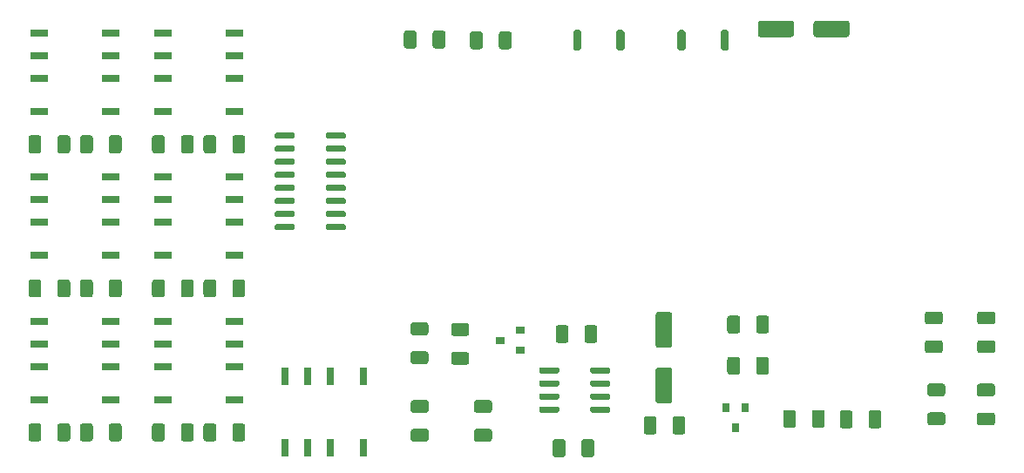
<source format=gbr>
G04 #@! TF.GenerationSoftware,KiCad,Pcbnew,(5.1.9)-1*
G04 #@! TF.CreationDate,2021-03-29T18:58:07+02:00*
G04 #@! TF.ProjectId,Interface_board_1,496e7465-7266-4616-9365-5f626f617264,4.h.0.01*
G04 #@! TF.SameCoordinates,Original*
G04 #@! TF.FileFunction,Paste,Top*
G04 #@! TF.FilePolarity,Positive*
%FSLAX46Y46*%
G04 Gerber Fmt 4.6, Leading zero omitted, Abs format (unit mm)*
G04 Created by KiCad (PCBNEW (5.1.9)-1) date 2021-03-29 18:58:07*
%MOMM*%
%LPD*%
G01*
G04 APERTURE LIST*
%ADD10R,0.900000X0.800000*%
%ADD11R,0.800000X0.900000*%
%ADD12R,1.800000X0.800000*%
%ADD13R,0.800000X1.800000*%
G04 APERTURE END LIST*
G36*
G01*
X145833940Y-117109540D02*
X147083940Y-117109540D01*
G75*
G02*
X147333940Y-117359540I0J-250000D01*
G01*
X147333940Y-118109540D01*
G75*
G02*
X147083940Y-118359540I-250000J0D01*
G01*
X145833940Y-118359540D01*
G75*
G02*
X145583940Y-118109540I0J250000D01*
G01*
X145583940Y-117359540D01*
G75*
G02*
X145833940Y-117109540I250000J0D01*
G01*
G37*
G36*
G01*
X145833940Y-114309540D02*
X147083940Y-114309540D01*
G75*
G02*
X147333940Y-114559540I0J-250000D01*
G01*
X147333940Y-115309540D01*
G75*
G02*
X147083940Y-115559540I-250000J0D01*
G01*
X145833940Y-115559540D01*
G75*
G02*
X145583940Y-115309540I0J250000D01*
G01*
X145583940Y-114559540D01*
G75*
G02*
X145833940Y-114309540I250000J0D01*
G01*
G37*
G36*
G01*
X147109340Y-123100800D02*
X145859340Y-123100800D01*
G75*
G02*
X145609340Y-122850800I0J250000D01*
G01*
X145609340Y-122100800D01*
G75*
G02*
X145859340Y-121850800I250000J0D01*
G01*
X147109340Y-121850800D01*
G75*
G02*
X147359340Y-122100800I0J-250000D01*
G01*
X147359340Y-122850800D01*
G75*
G02*
X147109340Y-123100800I-250000J0D01*
G01*
G37*
G36*
G01*
X147109340Y-125900800D02*
X145859340Y-125900800D01*
G75*
G02*
X145609340Y-125650800I0J250000D01*
G01*
X145609340Y-124900800D01*
G75*
G02*
X145859340Y-124650800I250000J0D01*
G01*
X147109340Y-124650800D01*
G75*
G02*
X147359340Y-124900800I0J-250000D01*
G01*
X147359340Y-125650800D01*
G75*
G02*
X147109340Y-125900800I-250000J0D01*
G01*
G37*
D10*
X154275280Y-116047520D03*
X156275280Y-115097520D03*
X156275280Y-116997520D03*
D11*
X177154840Y-124583700D03*
X176204840Y-122583700D03*
X178104840Y-122583700D03*
G36*
G01*
X134341740Y-104889160D02*
X134341740Y-105189160D01*
G75*
G02*
X134191740Y-105339160I-150000J0D01*
G01*
X132541740Y-105339160D01*
G75*
G02*
X132391740Y-105189160I0J150000D01*
G01*
X132391740Y-104889160D01*
G75*
G02*
X132541740Y-104739160I150000J0D01*
G01*
X134191740Y-104739160D01*
G75*
G02*
X134341740Y-104889160I0J-150000D01*
G01*
G37*
G36*
G01*
X134341740Y-103619160D02*
X134341740Y-103919160D01*
G75*
G02*
X134191740Y-104069160I-150000J0D01*
G01*
X132541740Y-104069160D01*
G75*
G02*
X132391740Y-103919160I0J150000D01*
G01*
X132391740Y-103619160D01*
G75*
G02*
X132541740Y-103469160I150000J0D01*
G01*
X134191740Y-103469160D01*
G75*
G02*
X134341740Y-103619160I0J-150000D01*
G01*
G37*
G36*
G01*
X134341740Y-102349160D02*
X134341740Y-102649160D01*
G75*
G02*
X134191740Y-102799160I-150000J0D01*
G01*
X132541740Y-102799160D01*
G75*
G02*
X132391740Y-102649160I0J150000D01*
G01*
X132391740Y-102349160D01*
G75*
G02*
X132541740Y-102199160I150000J0D01*
G01*
X134191740Y-102199160D01*
G75*
G02*
X134341740Y-102349160I0J-150000D01*
G01*
G37*
G36*
G01*
X134341740Y-101079160D02*
X134341740Y-101379160D01*
G75*
G02*
X134191740Y-101529160I-150000J0D01*
G01*
X132541740Y-101529160D01*
G75*
G02*
X132391740Y-101379160I0J150000D01*
G01*
X132391740Y-101079160D01*
G75*
G02*
X132541740Y-100929160I150000J0D01*
G01*
X134191740Y-100929160D01*
G75*
G02*
X134341740Y-101079160I0J-150000D01*
G01*
G37*
G36*
G01*
X134341740Y-99809160D02*
X134341740Y-100109160D01*
G75*
G02*
X134191740Y-100259160I-150000J0D01*
G01*
X132541740Y-100259160D01*
G75*
G02*
X132391740Y-100109160I0J150000D01*
G01*
X132391740Y-99809160D01*
G75*
G02*
X132541740Y-99659160I150000J0D01*
G01*
X134191740Y-99659160D01*
G75*
G02*
X134341740Y-99809160I0J-150000D01*
G01*
G37*
G36*
G01*
X134341740Y-98539160D02*
X134341740Y-98839160D01*
G75*
G02*
X134191740Y-98989160I-150000J0D01*
G01*
X132541740Y-98989160D01*
G75*
G02*
X132391740Y-98839160I0J150000D01*
G01*
X132391740Y-98539160D01*
G75*
G02*
X132541740Y-98389160I150000J0D01*
G01*
X134191740Y-98389160D01*
G75*
G02*
X134341740Y-98539160I0J-150000D01*
G01*
G37*
G36*
G01*
X134341740Y-97269160D02*
X134341740Y-97569160D01*
G75*
G02*
X134191740Y-97719160I-150000J0D01*
G01*
X132541740Y-97719160D01*
G75*
G02*
X132391740Y-97569160I0J150000D01*
G01*
X132391740Y-97269160D01*
G75*
G02*
X132541740Y-97119160I150000J0D01*
G01*
X134191740Y-97119160D01*
G75*
G02*
X134341740Y-97269160I0J-150000D01*
G01*
G37*
G36*
G01*
X134341740Y-95999160D02*
X134341740Y-96299160D01*
G75*
G02*
X134191740Y-96449160I-150000J0D01*
G01*
X132541740Y-96449160D01*
G75*
G02*
X132391740Y-96299160I0J150000D01*
G01*
X132391740Y-95999160D01*
G75*
G02*
X132541740Y-95849160I150000J0D01*
G01*
X134191740Y-95849160D01*
G75*
G02*
X134341740Y-95999160I0J-150000D01*
G01*
G37*
G36*
G01*
X139291740Y-95999160D02*
X139291740Y-96299160D01*
G75*
G02*
X139141740Y-96449160I-150000J0D01*
G01*
X137491740Y-96449160D01*
G75*
G02*
X137341740Y-96299160I0J150000D01*
G01*
X137341740Y-95999160D01*
G75*
G02*
X137491740Y-95849160I150000J0D01*
G01*
X139141740Y-95849160D01*
G75*
G02*
X139291740Y-95999160I0J-150000D01*
G01*
G37*
G36*
G01*
X139291740Y-97269160D02*
X139291740Y-97569160D01*
G75*
G02*
X139141740Y-97719160I-150000J0D01*
G01*
X137491740Y-97719160D01*
G75*
G02*
X137341740Y-97569160I0J150000D01*
G01*
X137341740Y-97269160D01*
G75*
G02*
X137491740Y-97119160I150000J0D01*
G01*
X139141740Y-97119160D01*
G75*
G02*
X139291740Y-97269160I0J-150000D01*
G01*
G37*
G36*
G01*
X139291740Y-98539160D02*
X139291740Y-98839160D01*
G75*
G02*
X139141740Y-98989160I-150000J0D01*
G01*
X137491740Y-98989160D01*
G75*
G02*
X137341740Y-98839160I0J150000D01*
G01*
X137341740Y-98539160D01*
G75*
G02*
X137491740Y-98389160I150000J0D01*
G01*
X139141740Y-98389160D01*
G75*
G02*
X139291740Y-98539160I0J-150000D01*
G01*
G37*
G36*
G01*
X139291740Y-99809160D02*
X139291740Y-100109160D01*
G75*
G02*
X139141740Y-100259160I-150000J0D01*
G01*
X137491740Y-100259160D01*
G75*
G02*
X137341740Y-100109160I0J150000D01*
G01*
X137341740Y-99809160D01*
G75*
G02*
X137491740Y-99659160I150000J0D01*
G01*
X139141740Y-99659160D01*
G75*
G02*
X139291740Y-99809160I0J-150000D01*
G01*
G37*
G36*
G01*
X139291740Y-101079160D02*
X139291740Y-101379160D01*
G75*
G02*
X139141740Y-101529160I-150000J0D01*
G01*
X137491740Y-101529160D01*
G75*
G02*
X137341740Y-101379160I0J150000D01*
G01*
X137341740Y-101079160D01*
G75*
G02*
X137491740Y-100929160I150000J0D01*
G01*
X139141740Y-100929160D01*
G75*
G02*
X139291740Y-101079160I0J-150000D01*
G01*
G37*
G36*
G01*
X139291740Y-102349160D02*
X139291740Y-102649160D01*
G75*
G02*
X139141740Y-102799160I-150000J0D01*
G01*
X137491740Y-102799160D01*
G75*
G02*
X137341740Y-102649160I0J150000D01*
G01*
X137341740Y-102349160D01*
G75*
G02*
X137491740Y-102199160I150000J0D01*
G01*
X139141740Y-102199160D01*
G75*
G02*
X139291740Y-102349160I0J-150000D01*
G01*
G37*
G36*
G01*
X139291740Y-103619160D02*
X139291740Y-103919160D01*
G75*
G02*
X139141740Y-104069160I-150000J0D01*
G01*
X137491740Y-104069160D01*
G75*
G02*
X137341740Y-103919160I0J150000D01*
G01*
X137341740Y-103619160D01*
G75*
G02*
X137491740Y-103469160I150000J0D01*
G01*
X139141740Y-103469160D01*
G75*
G02*
X139291740Y-103619160I0J-150000D01*
G01*
G37*
G36*
G01*
X139291740Y-104889160D02*
X139291740Y-105189160D01*
G75*
G02*
X139141740Y-105339160I-150000J0D01*
G01*
X137491740Y-105339160D01*
G75*
G02*
X137341740Y-105189160I0J150000D01*
G01*
X137341740Y-104889160D01*
G75*
G02*
X137491740Y-104739160I150000J0D01*
G01*
X139141740Y-104739160D01*
G75*
G02*
X139291740Y-104889160I0J-150000D01*
G01*
G37*
G36*
G01*
X163036380Y-119110900D02*
X163036380Y-118810900D01*
G75*
G02*
X163186380Y-118660900I150000J0D01*
G01*
X164836380Y-118660900D01*
G75*
G02*
X164986380Y-118810900I0J-150000D01*
G01*
X164986380Y-119110900D01*
G75*
G02*
X164836380Y-119260900I-150000J0D01*
G01*
X163186380Y-119260900D01*
G75*
G02*
X163036380Y-119110900I0J150000D01*
G01*
G37*
G36*
G01*
X163036380Y-120380900D02*
X163036380Y-120080900D01*
G75*
G02*
X163186380Y-119930900I150000J0D01*
G01*
X164836380Y-119930900D01*
G75*
G02*
X164986380Y-120080900I0J-150000D01*
G01*
X164986380Y-120380900D01*
G75*
G02*
X164836380Y-120530900I-150000J0D01*
G01*
X163186380Y-120530900D01*
G75*
G02*
X163036380Y-120380900I0J150000D01*
G01*
G37*
G36*
G01*
X163036380Y-121650900D02*
X163036380Y-121350900D01*
G75*
G02*
X163186380Y-121200900I150000J0D01*
G01*
X164836380Y-121200900D01*
G75*
G02*
X164986380Y-121350900I0J-150000D01*
G01*
X164986380Y-121650900D01*
G75*
G02*
X164836380Y-121800900I-150000J0D01*
G01*
X163186380Y-121800900D01*
G75*
G02*
X163036380Y-121650900I0J150000D01*
G01*
G37*
G36*
G01*
X163036380Y-122920900D02*
X163036380Y-122620900D01*
G75*
G02*
X163186380Y-122470900I150000J0D01*
G01*
X164836380Y-122470900D01*
G75*
G02*
X164986380Y-122620900I0J-150000D01*
G01*
X164986380Y-122920900D01*
G75*
G02*
X164836380Y-123070900I-150000J0D01*
G01*
X163186380Y-123070900D01*
G75*
G02*
X163036380Y-122920900I0J150000D01*
G01*
G37*
G36*
G01*
X158086380Y-122920900D02*
X158086380Y-122620900D01*
G75*
G02*
X158236380Y-122470900I150000J0D01*
G01*
X159886380Y-122470900D01*
G75*
G02*
X160036380Y-122620900I0J-150000D01*
G01*
X160036380Y-122920900D01*
G75*
G02*
X159886380Y-123070900I-150000J0D01*
G01*
X158236380Y-123070900D01*
G75*
G02*
X158086380Y-122920900I0J150000D01*
G01*
G37*
G36*
G01*
X158086380Y-121650900D02*
X158086380Y-121350900D01*
G75*
G02*
X158236380Y-121200900I150000J0D01*
G01*
X159886380Y-121200900D01*
G75*
G02*
X160036380Y-121350900I0J-150000D01*
G01*
X160036380Y-121650900D01*
G75*
G02*
X159886380Y-121800900I-150000J0D01*
G01*
X158236380Y-121800900D01*
G75*
G02*
X158086380Y-121650900I0J150000D01*
G01*
G37*
G36*
G01*
X158086380Y-120380900D02*
X158086380Y-120080900D01*
G75*
G02*
X158236380Y-119930900I150000J0D01*
G01*
X159886380Y-119930900D01*
G75*
G02*
X160036380Y-120080900I0J-150000D01*
G01*
X160036380Y-120380900D01*
G75*
G02*
X159886380Y-120530900I-150000J0D01*
G01*
X158236380Y-120530900D01*
G75*
G02*
X158086380Y-120380900I0J150000D01*
G01*
G37*
G36*
G01*
X158086380Y-119110900D02*
X158086380Y-118810900D01*
G75*
G02*
X158236380Y-118660900I150000J0D01*
G01*
X159886380Y-118660900D01*
G75*
G02*
X160036380Y-118810900I0J-150000D01*
G01*
X160036380Y-119110900D01*
G75*
G02*
X159886380Y-119260900I-150000J0D01*
G01*
X158236380Y-119260900D01*
G75*
G02*
X158086380Y-119110900I0J150000D01*
G01*
G37*
G36*
G01*
X166380000Y-86080000D02*
X166380000Y-87680000D01*
G75*
G02*
X166180000Y-87880000I-200000J0D01*
G01*
X165780000Y-87880000D01*
G75*
G02*
X165580000Y-87680000I0J200000D01*
G01*
X165580000Y-86080000D01*
G75*
G02*
X165780000Y-85880000I200000J0D01*
G01*
X166180000Y-85880000D01*
G75*
G02*
X166380000Y-86080000I0J-200000D01*
G01*
G37*
G36*
G01*
X162180000Y-86080000D02*
X162180000Y-87680000D01*
G75*
G02*
X161980000Y-87880000I-200000J0D01*
G01*
X161580000Y-87880000D01*
G75*
G02*
X161380000Y-87680000I0J200000D01*
G01*
X161380000Y-86080000D01*
G75*
G02*
X161580000Y-85880000I200000J0D01*
G01*
X161980000Y-85880000D01*
G75*
G02*
X162180000Y-86080000I0J-200000D01*
G01*
G37*
G36*
G01*
X202115000Y-121515000D02*
X200865000Y-121515000D01*
G75*
G02*
X200615000Y-121265000I0J250000D01*
G01*
X200615000Y-120515000D01*
G75*
G02*
X200865000Y-120265000I250000J0D01*
G01*
X202115000Y-120265000D01*
G75*
G02*
X202365000Y-120515000I0J-250000D01*
G01*
X202365000Y-121265000D01*
G75*
G02*
X202115000Y-121515000I-250000J0D01*
G01*
G37*
G36*
G01*
X202115000Y-124315000D02*
X200865000Y-124315000D01*
G75*
G02*
X200615000Y-124065000I0J250000D01*
G01*
X200615000Y-123315000D01*
G75*
G02*
X200865000Y-123065000I250000J0D01*
G01*
X202115000Y-123065000D01*
G75*
G02*
X202365000Y-123315000I0J-250000D01*
G01*
X202365000Y-124065000D01*
G75*
G02*
X202115000Y-124315000I-250000J0D01*
G01*
G37*
G36*
G01*
X153251060Y-123100800D02*
X152001060Y-123100800D01*
G75*
G02*
X151751060Y-122850800I0J250000D01*
G01*
X151751060Y-122100800D01*
G75*
G02*
X152001060Y-121850800I250000J0D01*
G01*
X153251060Y-121850800D01*
G75*
G02*
X153501060Y-122100800I0J-250000D01*
G01*
X153501060Y-122850800D01*
G75*
G02*
X153251060Y-123100800I-250000J0D01*
G01*
G37*
G36*
G01*
X153251060Y-125900800D02*
X152001060Y-125900800D01*
G75*
G02*
X151751060Y-125650800I0J250000D01*
G01*
X151751060Y-124900800D01*
G75*
G02*
X152001060Y-124650800I250000J0D01*
G01*
X153251060Y-124650800D01*
G75*
G02*
X153501060Y-124900800I0J-250000D01*
G01*
X153501060Y-125650800D01*
G75*
G02*
X153251060Y-125900800I-250000J0D01*
G01*
G37*
G36*
G01*
X196039360Y-123048060D02*
X197289360Y-123048060D01*
G75*
G02*
X197539360Y-123298060I0J-250000D01*
G01*
X197539360Y-124048060D01*
G75*
G02*
X197289360Y-124298060I-250000J0D01*
G01*
X196039360Y-124298060D01*
G75*
G02*
X195789360Y-124048060I0J250000D01*
G01*
X195789360Y-123298060D01*
G75*
G02*
X196039360Y-123048060I250000J0D01*
G01*
G37*
G36*
G01*
X196039360Y-120248060D02*
X197289360Y-120248060D01*
G75*
G02*
X197539360Y-120498060I0J-250000D01*
G01*
X197539360Y-121248060D01*
G75*
G02*
X197289360Y-121498060I-250000J0D01*
G01*
X196039360Y-121498060D01*
G75*
G02*
X195789360Y-121248060I0J250000D01*
G01*
X195789360Y-120498060D01*
G75*
G02*
X196039360Y-120248060I250000J0D01*
G01*
G37*
G36*
G01*
X171046440Y-124937680D02*
X171046440Y-123687680D01*
G75*
G02*
X171296440Y-123437680I250000J0D01*
G01*
X172046440Y-123437680D01*
G75*
G02*
X172296440Y-123687680I0J-250000D01*
G01*
X172296440Y-124937680D01*
G75*
G02*
X172046440Y-125187680I-250000J0D01*
G01*
X171296440Y-125187680D01*
G75*
G02*
X171046440Y-124937680I0J250000D01*
G01*
G37*
G36*
G01*
X168246440Y-124937680D02*
X168246440Y-123687680D01*
G75*
G02*
X168496440Y-123437680I250000J0D01*
G01*
X169246440Y-123437680D01*
G75*
G02*
X169496440Y-123687680I0J-250000D01*
G01*
X169496440Y-124937680D01*
G75*
G02*
X169246440Y-125187680I-250000J0D01*
G01*
X168496440Y-125187680D01*
G75*
G02*
X168246440Y-124937680I0J250000D01*
G01*
G37*
G36*
G01*
X162192000Y-127150020D02*
X162192000Y-125900020D01*
G75*
G02*
X162442000Y-125650020I250000J0D01*
G01*
X163192000Y-125650020D01*
G75*
G02*
X163442000Y-125900020I0J-250000D01*
G01*
X163442000Y-127150020D01*
G75*
G02*
X163192000Y-127400020I-250000J0D01*
G01*
X162442000Y-127400020D01*
G75*
G02*
X162192000Y-127150020I0J250000D01*
G01*
G37*
G36*
G01*
X159392000Y-127150020D02*
X159392000Y-125900020D01*
G75*
G02*
X159642000Y-125650020I250000J0D01*
G01*
X160392000Y-125650020D01*
G75*
G02*
X160642000Y-125900020I0J-250000D01*
G01*
X160642000Y-127150020D01*
G75*
G02*
X160392000Y-127400020I-250000J0D01*
G01*
X159642000Y-127400020D01*
G75*
G02*
X159392000Y-127150020I0J250000D01*
G01*
G37*
G36*
G01*
X195795520Y-116042740D02*
X197045520Y-116042740D01*
G75*
G02*
X197295520Y-116292740I0J-250000D01*
G01*
X197295520Y-117042740D01*
G75*
G02*
X197045520Y-117292740I-250000J0D01*
G01*
X195795520Y-117292740D01*
G75*
G02*
X195545520Y-117042740I0J250000D01*
G01*
X195545520Y-116292740D01*
G75*
G02*
X195795520Y-116042740I250000J0D01*
G01*
G37*
G36*
G01*
X195795520Y-113242740D02*
X197045520Y-113242740D01*
G75*
G02*
X197295520Y-113492740I0J-250000D01*
G01*
X197295520Y-114242740D01*
G75*
G02*
X197045520Y-114492740I-250000J0D01*
G01*
X195795520Y-114492740D01*
G75*
G02*
X195545520Y-114242740I0J250000D01*
G01*
X195545520Y-113492740D01*
G75*
G02*
X195795520Y-113242740I250000J0D01*
G01*
G37*
G36*
G01*
X190088280Y-124352820D02*
X190088280Y-123102820D01*
G75*
G02*
X190338280Y-122852820I250000J0D01*
G01*
X191088280Y-122852820D01*
G75*
G02*
X191338280Y-123102820I0J-250000D01*
G01*
X191338280Y-124352820D01*
G75*
G02*
X191088280Y-124602820I-250000J0D01*
G01*
X190338280Y-124602820D01*
G75*
G02*
X190088280Y-124352820I0J250000D01*
G01*
G37*
G36*
G01*
X187288280Y-124352820D02*
X187288280Y-123102820D01*
G75*
G02*
X187538280Y-122852820I250000J0D01*
G01*
X188288280Y-122852820D01*
G75*
G02*
X188538280Y-123102820I0J-250000D01*
G01*
X188538280Y-124352820D01*
G75*
G02*
X188288280Y-124602820I-250000J0D01*
G01*
X187538280Y-124602820D01*
G75*
G02*
X187288280Y-124352820I0J250000D01*
G01*
G37*
G36*
G01*
X183031560Y-123062180D02*
X183031560Y-124312180D01*
G75*
G02*
X182781560Y-124562180I-250000J0D01*
G01*
X182031560Y-124562180D01*
G75*
G02*
X181781560Y-124312180I0J250000D01*
G01*
X181781560Y-123062180D01*
G75*
G02*
X182031560Y-122812180I250000J0D01*
G01*
X182781560Y-122812180D01*
G75*
G02*
X183031560Y-123062180I0J-250000D01*
G01*
G37*
G36*
G01*
X185831560Y-123062180D02*
X185831560Y-124312180D01*
G75*
G02*
X185581560Y-124562180I-250000J0D01*
G01*
X184831560Y-124562180D01*
G75*
G02*
X184581560Y-124312180I0J250000D01*
G01*
X184581560Y-123062180D01*
G75*
G02*
X184831560Y-122812180I250000J0D01*
G01*
X185581560Y-122812180D01*
G75*
G02*
X185831560Y-123062180I0J-250000D01*
G01*
G37*
G36*
G01*
X126725000Y-96375000D02*
X126725000Y-97625000D01*
G75*
G02*
X126475000Y-97875000I-250000J0D01*
G01*
X125725000Y-97875000D01*
G75*
G02*
X125475000Y-97625000I0J250000D01*
G01*
X125475000Y-96375000D01*
G75*
G02*
X125725000Y-96125000I250000J0D01*
G01*
X126475000Y-96125000D01*
G75*
G02*
X126725000Y-96375000I0J-250000D01*
G01*
G37*
G36*
G01*
X129525000Y-96375000D02*
X129525000Y-97625000D01*
G75*
G02*
X129275000Y-97875000I-250000J0D01*
G01*
X128525000Y-97875000D01*
G75*
G02*
X128275000Y-97625000I0J250000D01*
G01*
X128275000Y-96375000D01*
G75*
G02*
X128525000Y-96125000I250000J0D01*
G01*
X129275000Y-96125000D01*
G75*
G02*
X129525000Y-96375000I0J-250000D01*
G01*
G37*
G36*
G01*
X114725000Y-96375000D02*
X114725000Y-97625000D01*
G75*
G02*
X114475000Y-97875000I-250000J0D01*
G01*
X113725000Y-97875000D01*
G75*
G02*
X113475000Y-97625000I0J250000D01*
G01*
X113475000Y-96375000D01*
G75*
G02*
X113725000Y-96125000I250000J0D01*
G01*
X114475000Y-96125000D01*
G75*
G02*
X114725000Y-96375000I0J-250000D01*
G01*
G37*
G36*
G01*
X117525000Y-96375000D02*
X117525000Y-97625000D01*
G75*
G02*
X117275000Y-97875000I-250000J0D01*
G01*
X116525000Y-97875000D01*
G75*
G02*
X116275000Y-97625000I0J250000D01*
G01*
X116275000Y-96375000D01*
G75*
G02*
X116525000Y-96125000I250000J0D01*
G01*
X117275000Y-96125000D01*
G75*
G02*
X117525000Y-96375000I0J-250000D01*
G01*
G37*
G36*
G01*
X126725000Y-110375000D02*
X126725000Y-111625000D01*
G75*
G02*
X126475000Y-111875000I-250000J0D01*
G01*
X125725000Y-111875000D01*
G75*
G02*
X125475000Y-111625000I0J250000D01*
G01*
X125475000Y-110375000D01*
G75*
G02*
X125725000Y-110125000I250000J0D01*
G01*
X126475000Y-110125000D01*
G75*
G02*
X126725000Y-110375000I0J-250000D01*
G01*
G37*
G36*
G01*
X129525000Y-110375000D02*
X129525000Y-111625000D01*
G75*
G02*
X129275000Y-111875000I-250000J0D01*
G01*
X128525000Y-111875000D01*
G75*
G02*
X128275000Y-111625000I0J250000D01*
G01*
X128275000Y-110375000D01*
G75*
G02*
X128525000Y-110125000I250000J0D01*
G01*
X129275000Y-110125000D01*
G75*
G02*
X129525000Y-110375000I0J-250000D01*
G01*
G37*
G36*
G01*
X114725000Y-110375000D02*
X114725000Y-111625000D01*
G75*
G02*
X114475000Y-111875000I-250000J0D01*
G01*
X113725000Y-111875000D01*
G75*
G02*
X113475000Y-111625000I0J250000D01*
G01*
X113475000Y-110375000D01*
G75*
G02*
X113725000Y-110125000I250000J0D01*
G01*
X114475000Y-110125000D01*
G75*
G02*
X114725000Y-110375000I0J-250000D01*
G01*
G37*
G36*
G01*
X117525000Y-110375000D02*
X117525000Y-111625000D01*
G75*
G02*
X117275000Y-111875000I-250000J0D01*
G01*
X116525000Y-111875000D01*
G75*
G02*
X116275000Y-111625000I0J250000D01*
G01*
X116275000Y-110375000D01*
G75*
G02*
X116525000Y-110125000I250000J0D01*
G01*
X117275000Y-110125000D01*
G75*
G02*
X117525000Y-110375000I0J-250000D01*
G01*
G37*
G36*
G01*
X126725000Y-124375000D02*
X126725000Y-125625000D01*
G75*
G02*
X126475000Y-125875000I-250000J0D01*
G01*
X125725000Y-125875000D01*
G75*
G02*
X125475000Y-125625000I0J250000D01*
G01*
X125475000Y-124375000D01*
G75*
G02*
X125725000Y-124125000I250000J0D01*
G01*
X126475000Y-124125000D01*
G75*
G02*
X126725000Y-124375000I0J-250000D01*
G01*
G37*
G36*
G01*
X129525000Y-124375000D02*
X129525000Y-125625000D01*
G75*
G02*
X129275000Y-125875000I-250000J0D01*
G01*
X128525000Y-125875000D01*
G75*
G02*
X128275000Y-125625000I0J250000D01*
G01*
X128275000Y-124375000D01*
G75*
G02*
X128525000Y-124125000I250000J0D01*
G01*
X129275000Y-124125000D01*
G75*
G02*
X129525000Y-124375000I0J-250000D01*
G01*
G37*
G36*
G01*
X114725000Y-124375000D02*
X114725000Y-125625000D01*
G75*
G02*
X114475000Y-125875000I-250000J0D01*
G01*
X113725000Y-125875000D01*
G75*
G02*
X113475000Y-125625000I0J250000D01*
G01*
X113475000Y-124375000D01*
G75*
G02*
X113725000Y-124125000I250000J0D01*
G01*
X114475000Y-124125000D01*
G75*
G02*
X114725000Y-124375000I0J-250000D01*
G01*
G37*
G36*
G01*
X117525000Y-124375000D02*
X117525000Y-125625000D01*
G75*
G02*
X117275000Y-125875000I-250000J0D01*
G01*
X116525000Y-125875000D01*
G75*
G02*
X116275000Y-125625000I0J250000D01*
G01*
X116275000Y-124375000D01*
G75*
G02*
X116525000Y-124125000I250000J0D01*
G01*
X117275000Y-124125000D01*
G75*
G02*
X117525000Y-124375000I0J-250000D01*
G01*
G37*
D12*
X128500000Y-93800000D03*
X128500000Y-90600000D03*
X128500000Y-88400000D03*
X128500000Y-86200000D03*
X121500000Y-86200000D03*
X121500000Y-88400000D03*
X121500000Y-90600000D03*
X121500000Y-93800000D03*
X116500000Y-93800000D03*
X116500000Y-90600000D03*
X116500000Y-88400000D03*
X116500000Y-86200000D03*
X109500000Y-86200000D03*
X109500000Y-88400000D03*
X109500000Y-90600000D03*
X109500000Y-93800000D03*
X128500000Y-107800000D03*
X128500000Y-104600000D03*
X128500000Y-102400000D03*
X128500000Y-100200000D03*
X121500000Y-100200000D03*
X121500000Y-102400000D03*
X121500000Y-104600000D03*
X121500000Y-107800000D03*
X116500000Y-107800000D03*
X116500000Y-104600000D03*
X116500000Y-102400000D03*
X116500000Y-100200000D03*
X109500000Y-100200000D03*
X109500000Y-102400000D03*
X109500000Y-104600000D03*
X109500000Y-107800000D03*
X128500000Y-121800000D03*
X128500000Y-118600000D03*
X128500000Y-116400000D03*
X128500000Y-114200000D03*
X121500000Y-114200000D03*
X121500000Y-116400000D03*
X121500000Y-118600000D03*
X121500000Y-121800000D03*
X116500000Y-121800000D03*
X116500000Y-118600000D03*
X116500000Y-116400000D03*
X116500000Y-114200000D03*
X109500000Y-114200000D03*
X109500000Y-116400000D03*
X109500000Y-118600000D03*
X109500000Y-121800000D03*
D13*
X140977780Y-119522360D03*
X137777780Y-119522360D03*
X135577780Y-119522360D03*
X133377780Y-119522360D03*
X133377780Y-126522360D03*
X135577780Y-126522360D03*
X137777780Y-126522360D03*
X140977780Y-126522360D03*
G36*
G01*
X177610480Y-113890920D02*
X177610480Y-115140920D01*
G75*
G02*
X177360480Y-115390920I-250000J0D01*
G01*
X176610480Y-115390920D01*
G75*
G02*
X176360480Y-115140920I0J250000D01*
G01*
X176360480Y-113890920D01*
G75*
G02*
X176610480Y-113640920I250000J0D01*
G01*
X177360480Y-113640920D01*
G75*
G02*
X177610480Y-113890920I0J-250000D01*
G01*
G37*
G36*
G01*
X180410480Y-113890920D02*
X180410480Y-115140920D01*
G75*
G02*
X180160480Y-115390920I-250000J0D01*
G01*
X179410480Y-115390920D01*
G75*
G02*
X179160480Y-115140920I0J250000D01*
G01*
X179160480Y-113890920D01*
G75*
G02*
X179410480Y-113640920I250000J0D01*
G01*
X180160480Y-113640920D01*
G75*
G02*
X180410480Y-113890920I0J-250000D01*
G01*
G37*
G36*
G01*
X200900040Y-116042740D02*
X202150040Y-116042740D01*
G75*
G02*
X202400040Y-116292740I0J-250000D01*
G01*
X202400040Y-117042740D01*
G75*
G02*
X202150040Y-117292740I-250000J0D01*
G01*
X200900040Y-117292740D01*
G75*
G02*
X200650040Y-117042740I0J250000D01*
G01*
X200650040Y-116292740D01*
G75*
G02*
X200900040Y-116042740I250000J0D01*
G01*
G37*
G36*
G01*
X200900040Y-113242740D02*
X202150040Y-113242740D01*
G75*
G02*
X202400040Y-113492740I0J-250000D01*
G01*
X202400040Y-114242740D01*
G75*
G02*
X202150040Y-114492740I-250000J0D01*
G01*
X200900040Y-114492740D01*
G75*
G02*
X200650040Y-114242740I0J250000D01*
G01*
X200650040Y-113492740D01*
G75*
G02*
X200900040Y-113242740I250000J0D01*
G01*
G37*
G36*
G01*
X149778560Y-117178120D02*
X151028560Y-117178120D01*
G75*
G02*
X151278560Y-117428120I0J-250000D01*
G01*
X151278560Y-118178120D01*
G75*
G02*
X151028560Y-118428120I-250000J0D01*
G01*
X149778560Y-118428120D01*
G75*
G02*
X149528560Y-118178120I0J250000D01*
G01*
X149528560Y-117428120D01*
G75*
G02*
X149778560Y-117178120I250000J0D01*
G01*
G37*
G36*
G01*
X149778560Y-114378120D02*
X151028560Y-114378120D01*
G75*
G02*
X151278560Y-114628120I0J-250000D01*
G01*
X151278560Y-115378120D01*
G75*
G02*
X151028560Y-115628120I-250000J0D01*
G01*
X149778560Y-115628120D01*
G75*
G02*
X149528560Y-115378120I0J250000D01*
G01*
X149528560Y-114628120D01*
G75*
G02*
X149778560Y-114378120I250000J0D01*
G01*
G37*
G36*
G01*
X123275000Y-97625000D02*
X123275000Y-96375000D01*
G75*
G02*
X123525000Y-96125000I250000J0D01*
G01*
X124275000Y-96125000D01*
G75*
G02*
X124525000Y-96375000I0J-250000D01*
G01*
X124525000Y-97625000D01*
G75*
G02*
X124275000Y-97875000I-250000J0D01*
G01*
X123525000Y-97875000D01*
G75*
G02*
X123275000Y-97625000I0J250000D01*
G01*
G37*
G36*
G01*
X120475000Y-97625000D02*
X120475000Y-96375000D01*
G75*
G02*
X120725000Y-96125000I250000J0D01*
G01*
X121475000Y-96125000D01*
G75*
G02*
X121725000Y-96375000I0J-250000D01*
G01*
X121725000Y-97625000D01*
G75*
G02*
X121475000Y-97875000I-250000J0D01*
G01*
X120725000Y-97875000D01*
G75*
G02*
X120475000Y-97625000I0J250000D01*
G01*
G37*
G36*
G01*
X111275000Y-97625000D02*
X111275000Y-96375000D01*
G75*
G02*
X111525000Y-96125000I250000J0D01*
G01*
X112275000Y-96125000D01*
G75*
G02*
X112525000Y-96375000I0J-250000D01*
G01*
X112525000Y-97625000D01*
G75*
G02*
X112275000Y-97875000I-250000J0D01*
G01*
X111525000Y-97875000D01*
G75*
G02*
X111275000Y-97625000I0J250000D01*
G01*
G37*
G36*
G01*
X108475000Y-97625000D02*
X108475000Y-96375000D01*
G75*
G02*
X108725000Y-96125000I250000J0D01*
G01*
X109475000Y-96125000D01*
G75*
G02*
X109725000Y-96375000I0J-250000D01*
G01*
X109725000Y-97625000D01*
G75*
G02*
X109475000Y-97875000I-250000J0D01*
G01*
X108725000Y-97875000D01*
G75*
G02*
X108475000Y-97625000I0J250000D01*
G01*
G37*
G36*
G01*
X123275000Y-111625000D02*
X123275000Y-110375000D01*
G75*
G02*
X123525000Y-110125000I250000J0D01*
G01*
X124275000Y-110125000D01*
G75*
G02*
X124525000Y-110375000I0J-250000D01*
G01*
X124525000Y-111625000D01*
G75*
G02*
X124275000Y-111875000I-250000J0D01*
G01*
X123525000Y-111875000D01*
G75*
G02*
X123275000Y-111625000I0J250000D01*
G01*
G37*
G36*
G01*
X120475000Y-111625000D02*
X120475000Y-110375000D01*
G75*
G02*
X120725000Y-110125000I250000J0D01*
G01*
X121475000Y-110125000D01*
G75*
G02*
X121725000Y-110375000I0J-250000D01*
G01*
X121725000Y-111625000D01*
G75*
G02*
X121475000Y-111875000I-250000J0D01*
G01*
X120725000Y-111875000D01*
G75*
G02*
X120475000Y-111625000I0J250000D01*
G01*
G37*
G36*
G01*
X111275000Y-111625000D02*
X111275000Y-110375000D01*
G75*
G02*
X111525000Y-110125000I250000J0D01*
G01*
X112275000Y-110125000D01*
G75*
G02*
X112525000Y-110375000I0J-250000D01*
G01*
X112525000Y-111625000D01*
G75*
G02*
X112275000Y-111875000I-250000J0D01*
G01*
X111525000Y-111875000D01*
G75*
G02*
X111275000Y-111625000I0J250000D01*
G01*
G37*
G36*
G01*
X108475000Y-111625000D02*
X108475000Y-110375000D01*
G75*
G02*
X108725000Y-110125000I250000J0D01*
G01*
X109475000Y-110125000D01*
G75*
G02*
X109725000Y-110375000I0J-250000D01*
G01*
X109725000Y-111625000D01*
G75*
G02*
X109475000Y-111875000I-250000J0D01*
G01*
X108725000Y-111875000D01*
G75*
G02*
X108475000Y-111625000I0J250000D01*
G01*
G37*
G36*
G01*
X123275000Y-125625000D02*
X123275000Y-124375000D01*
G75*
G02*
X123525000Y-124125000I250000J0D01*
G01*
X124275000Y-124125000D01*
G75*
G02*
X124525000Y-124375000I0J-250000D01*
G01*
X124525000Y-125625000D01*
G75*
G02*
X124275000Y-125875000I-250000J0D01*
G01*
X123525000Y-125875000D01*
G75*
G02*
X123275000Y-125625000I0J250000D01*
G01*
G37*
G36*
G01*
X120475000Y-125625000D02*
X120475000Y-124375000D01*
G75*
G02*
X120725000Y-124125000I250000J0D01*
G01*
X121475000Y-124125000D01*
G75*
G02*
X121725000Y-124375000I0J-250000D01*
G01*
X121725000Y-125625000D01*
G75*
G02*
X121475000Y-125875000I-250000J0D01*
G01*
X120725000Y-125875000D01*
G75*
G02*
X120475000Y-125625000I0J250000D01*
G01*
G37*
G36*
G01*
X111275000Y-125625000D02*
X111275000Y-124375000D01*
G75*
G02*
X111525000Y-124125000I250000J0D01*
G01*
X112275000Y-124125000D01*
G75*
G02*
X112525000Y-124375000I0J-250000D01*
G01*
X112525000Y-125625000D01*
G75*
G02*
X112275000Y-125875000I-250000J0D01*
G01*
X111525000Y-125875000D01*
G75*
G02*
X111275000Y-125625000I0J250000D01*
G01*
G37*
G36*
G01*
X108475000Y-125625000D02*
X108475000Y-124375000D01*
G75*
G02*
X108725000Y-124125000I250000J0D01*
G01*
X109475000Y-124125000D01*
G75*
G02*
X109725000Y-124375000I0J-250000D01*
G01*
X109725000Y-125625000D01*
G75*
G02*
X109475000Y-125875000I-250000J0D01*
G01*
X108725000Y-125875000D01*
G75*
G02*
X108475000Y-125625000I0J250000D01*
G01*
G37*
G36*
G01*
X160941720Y-114820540D02*
X160941720Y-116070540D01*
G75*
G02*
X160691720Y-116320540I-250000J0D01*
G01*
X159941720Y-116320540D01*
G75*
G02*
X159691720Y-116070540I0J250000D01*
G01*
X159691720Y-114820540D01*
G75*
G02*
X159941720Y-114570540I250000J0D01*
G01*
X160691720Y-114570540D01*
G75*
G02*
X160941720Y-114820540I0J-250000D01*
G01*
G37*
G36*
G01*
X163741720Y-114820540D02*
X163741720Y-116070540D01*
G75*
G02*
X163491720Y-116320540I-250000J0D01*
G01*
X162741720Y-116320540D01*
G75*
G02*
X162491720Y-116070540I0J250000D01*
G01*
X162491720Y-114820540D01*
G75*
G02*
X162741720Y-114570540I250000J0D01*
G01*
X163491720Y-114570540D01*
G75*
G02*
X163741720Y-114820540I0J-250000D01*
G01*
G37*
G36*
G01*
X170755400Y-116784080D02*
X169655400Y-116784080D01*
G75*
G02*
X169405400Y-116534080I0J250000D01*
G01*
X169405400Y-113534080D01*
G75*
G02*
X169655400Y-113284080I250000J0D01*
G01*
X170755400Y-113284080D01*
G75*
G02*
X171005400Y-113534080I0J-250000D01*
G01*
X171005400Y-116534080D01*
G75*
G02*
X170755400Y-116784080I-250000J0D01*
G01*
G37*
G36*
G01*
X170755400Y-122184080D02*
X169655400Y-122184080D01*
G75*
G02*
X169405400Y-121934080I0J250000D01*
G01*
X169405400Y-118934080D01*
G75*
G02*
X169655400Y-118684080I250000J0D01*
G01*
X170755400Y-118684080D01*
G75*
G02*
X171005400Y-118934080I0J-250000D01*
G01*
X171005400Y-121934080D01*
G75*
G02*
X170755400Y-122184080I-250000J0D01*
G01*
G37*
G36*
G01*
X180410480Y-117899040D02*
X180410480Y-119149040D01*
G75*
G02*
X180160480Y-119399040I-250000J0D01*
G01*
X179410480Y-119399040D01*
G75*
G02*
X179160480Y-119149040I0J250000D01*
G01*
X179160480Y-117899040D01*
G75*
G02*
X179410480Y-117649040I250000J0D01*
G01*
X180160480Y-117649040D01*
G75*
G02*
X180410480Y-117899040I0J-250000D01*
G01*
G37*
G36*
G01*
X177610480Y-117899040D02*
X177610480Y-119149040D01*
G75*
G02*
X177360480Y-119399040I-250000J0D01*
G01*
X176610480Y-119399040D01*
G75*
G02*
X176360480Y-119149040I0J250000D01*
G01*
X176360480Y-117899040D01*
G75*
G02*
X176610480Y-117649040I250000J0D01*
G01*
X177360480Y-117649040D01*
G75*
G02*
X177610480Y-117899040I0J-250000D01*
G01*
G37*
G36*
G01*
X147735000Y-87435000D02*
X147735000Y-86185000D01*
G75*
G02*
X147985000Y-85935000I250000J0D01*
G01*
X148735000Y-85935000D01*
G75*
G02*
X148985000Y-86185000I0J-250000D01*
G01*
X148985000Y-87435000D01*
G75*
G02*
X148735000Y-87685000I-250000J0D01*
G01*
X147985000Y-87685000D01*
G75*
G02*
X147735000Y-87435000I0J250000D01*
G01*
G37*
G36*
G01*
X144935000Y-87435000D02*
X144935000Y-86185000D01*
G75*
G02*
X145185000Y-85935000I250000J0D01*
G01*
X145935000Y-85935000D01*
G75*
G02*
X146185000Y-86185000I0J-250000D01*
G01*
X146185000Y-87435000D01*
G75*
G02*
X145935000Y-87685000I-250000J0D01*
G01*
X145185000Y-87685000D01*
G75*
G02*
X144935000Y-87435000I0J250000D01*
G01*
G37*
G36*
G01*
X152615000Y-86265000D02*
X152615000Y-87515000D01*
G75*
G02*
X152365000Y-87765000I-250000J0D01*
G01*
X151615000Y-87765000D01*
G75*
G02*
X151365000Y-87515000I0J250000D01*
G01*
X151365000Y-86265000D01*
G75*
G02*
X151615000Y-86015000I250000J0D01*
G01*
X152365000Y-86015000D01*
G75*
G02*
X152615000Y-86265000I0J-250000D01*
G01*
G37*
G36*
G01*
X155415000Y-86265000D02*
X155415000Y-87515000D01*
G75*
G02*
X155165000Y-87765000I-250000J0D01*
G01*
X154415000Y-87765000D01*
G75*
G02*
X154165000Y-87515000I0J250000D01*
G01*
X154165000Y-86265000D01*
G75*
G02*
X154415000Y-86015000I250000J0D01*
G01*
X155165000Y-86015000D01*
G75*
G02*
X155415000Y-86265000I0J-250000D01*
G01*
G37*
G36*
G01*
X188239320Y-85233420D02*
X188239320Y-86333420D01*
G75*
G02*
X187989320Y-86583420I-250000J0D01*
G01*
X184989320Y-86583420D01*
G75*
G02*
X184739320Y-86333420I0J250000D01*
G01*
X184739320Y-85233420D01*
G75*
G02*
X184989320Y-84983420I250000J0D01*
G01*
X187989320Y-84983420D01*
G75*
G02*
X188239320Y-85233420I0J-250000D01*
G01*
G37*
G36*
G01*
X182839320Y-85233420D02*
X182839320Y-86333420D01*
G75*
G02*
X182589320Y-86583420I-250000J0D01*
G01*
X179589320Y-86583420D01*
G75*
G02*
X179339320Y-86333420I0J250000D01*
G01*
X179339320Y-85233420D01*
G75*
G02*
X179589320Y-84983420I250000J0D01*
G01*
X182589320Y-84983420D01*
G75*
G02*
X182839320Y-85233420I0J-250000D01*
G01*
G37*
G36*
G01*
X171510000Y-87690000D02*
X171510000Y-86090000D01*
G75*
G02*
X171710000Y-85890000I200000J0D01*
G01*
X172110000Y-85890000D01*
G75*
G02*
X172310000Y-86090000I0J-200000D01*
G01*
X172310000Y-87690000D01*
G75*
G02*
X172110000Y-87890000I-200000J0D01*
G01*
X171710000Y-87890000D01*
G75*
G02*
X171510000Y-87690000I0J200000D01*
G01*
G37*
G36*
G01*
X175710000Y-87690000D02*
X175710000Y-86090000D01*
G75*
G02*
X175910000Y-85890000I200000J0D01*
G01*
X176310000Y-85890000D01*
G75*
G02*
X176510000Y-86090000I0J-200000D01*
G01*
X176510000Y-87690000D01*
G75*
G02*
X176310000Y-87890000I-200000J0D01*
G01*
X175910000Y-87890000D01*
G75*
G02*
X175710000Y-87690000I0J200000D01*
G01*
G37*
M02*

</source>
